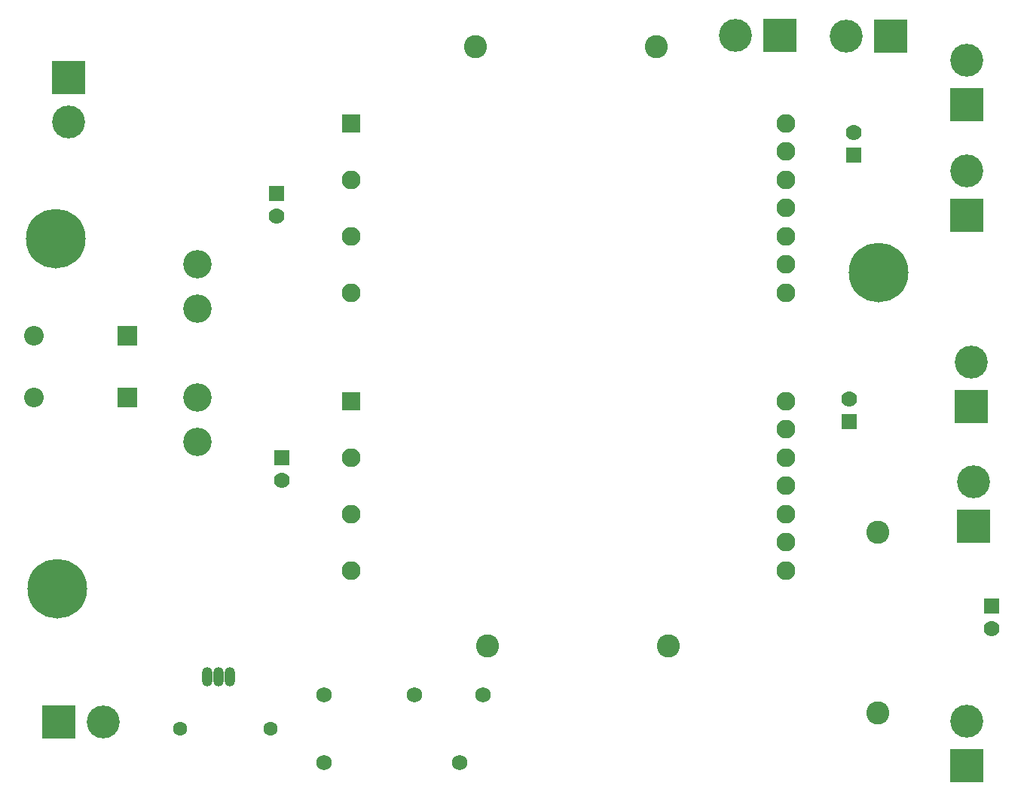
<source format=gbs>
%FSLAX44Y44*%
%MOMM*%
G71*
G01*
G75*
G04 Layer_Color=16711935*
%ADD10C,2.0000*%
%ADD11C,1.5000*%
%ADD12C,2.5400*%
%ADD13C,1.2700*%
%ADD14C,1.0000*%
%ADD15C,0.7000*%
%ADD16R,3.5000X3.5000*%
%ADD17C,3.5000*%
%ADD18R,1.5748X1.5748*%
%ADD19C,1.5748*%
%ADD20C,2.4000*%
%ADD21C,1.4000*%
%ADD22O,1.0000X2.0000*%
%ADD23O,1.0000X2.0000*%
%ADD24C,2.0000*%
%ADD25R,2.0000X2.0000*%
%ADD26R,3.5000X3.5000*%
%ADD27R,1.9050X1.9050*%
%ADD28C,1.9050*%
%ADD29C,6.5000*%
%ADD30C,1.5240*%
%ADD31C,3.0000*%
%ADD32R,3.7032X3.7032*%
%ADD33C,3.7032*%
%ADD34R,1.7780X1.7780*%
%ADD35C,1.7780*%
%ADD36C,2.6032*%
%ADD37C,1.6032*%
%ADD38O,1.2032X2.2032*%
%ADD39O,1.2032X2.2032*%
%ADD40C,2.2032*%
%ADD41R,2.2032X2.2032*%
%ADD42R,3.7032X3.7032*%
%ADD43R,2.1082X2.1082*%
%ADD44C,2.1082*%
%ADD45C,6.7032*%
%ADD46C,1.7272*%
%ADD47C,3.2032*%
D32*
X1562970Y1661160D02*
D03*
X1438510Y1662430D02*
D03*
X627780Y890270D02*
D03*
D33*
X1512970Y1661160D02*
D03*
X1388510Y1662430D02*
D03*
X638810Y1565040D02*
D03*
X1653540Y1295000D02*
D03*
X1656080Y1160380D02*
D03*
X1648460Y1509630D02*
D03*
Y1634090D02*
D03*
X677780Y890270D02*
D03*
X1648460Y891140D02*
D03*
D34*
X1676170Y1020840D02*
D03*
X1516380Y1228090D02*
D03*
X1521460Y1527810D02*
D03*
X872490Y1484630D02*
D03*
X878840Y1187450D02*
D03*
D35*
X1676170Y995440D02*
D03*
X1516380Y1253490D02*
D03*
X1521460Y1553210D02*
D03*
X872490Y1459230D02*
D03*
X878840Y1162050D02*
D03*
D36*
X1109980Y975360D02*
D03*
X1313180D02*
D03*
X1096010Y1649730D02*
D03*
X1299210D02*
D03*
X1548130Y1103630D02*
D03*
Y900430D02*
D03*
D37*
X764540Y882650D02*
D03*
X866140D02*
D03*
D38*
X820420Y941070D02*
D03*
X795020D02*
D03*
D39*
X807720D02*
D03*
D40*
X600480Y1324610D02*
D03*
Y1254760D02*
D03*
D41*
X705080Y1324610D02*
D03*
Y1254760D02*
D03*
D42*
X638810Y1615040D02*
D03*
X1653540Y1245000D02*
D03*
X1656080Y1110380D02*
D03*
X1648460Y1459630D02*
D03*
Y1584090D02*
D03*
Y841140D02*
D03*
D43*
X956310Y1250950D02*
D03*
Y1563370D02*
D03*
D44*
Y1187450D02*
D03*
Y1123950D02*
D03*
Y1060450D02*
D03*
X1445260D02*
D03*
Y1092200D02*
D03*
Y1123950D02*
D03*
Y1155700D02*
D03*
Y1187450D02*
D03*
Y1219200D02*
D03*
Y1250950D02*
D03*
X956310Y1499870D02*
D03*
Y1436370D02*
D03*
Y1372870D02*
D03*
X1445260D02*
D03*
Y1404620D02*
D03*
Y1436370D02*
D03*
Y1468120D02*
D03*
Y1499870D02*
D03*
Y1531620D02*
D03*
Y1563370D02*
D03*
D45*
X626110Y1040130D02*
D03*
X624840Y1433830D02*
D03*
X1549400Y1395730D02*
D03*
D46*
X1078830Y844750D02*
D03*
X925830D02*
D03*
X1104830Y920750D02*
D03*
X1027830D02*
D03*
X925830D02*
D03*
D47*
X783590Y1255230D02*
D03*
Y1205230D02*
D03*
Y1405230D02*
D03*
Y1355230D02*
D03*
M02*

</source>
